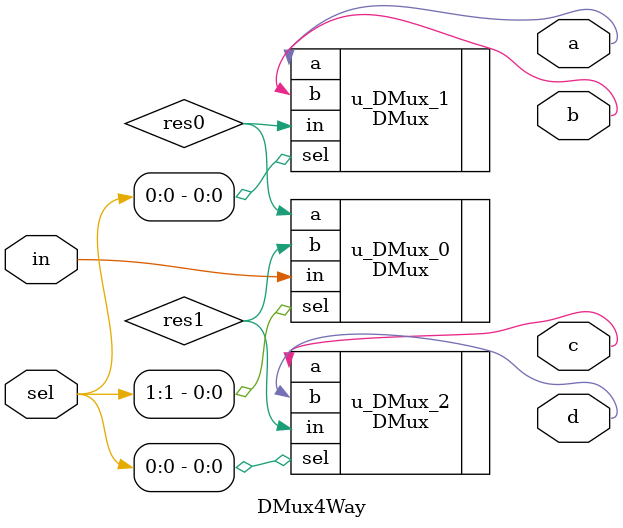
<source format=v>
`timescale 1ns / 1ps

module DMux4Way (
    input           in  ,
    input   [1:0]   sel ,
    output          a   ,
    output          b   ,
    output          c   ,
    output          d   );

    wire res0, res1;

    DMux u_DMux_0 ( .in(in), .sel(sel[1]), .a(res0), .b(res1) );
    DMux u_DMux_1 ( .in(res0), .sel(sel[0]), .a(a), .b(b) );
    DMux u_DMux_2 ( .in(res1), .sel(sel[0]), .a(c), .b(d) );


endmodule
</source>
